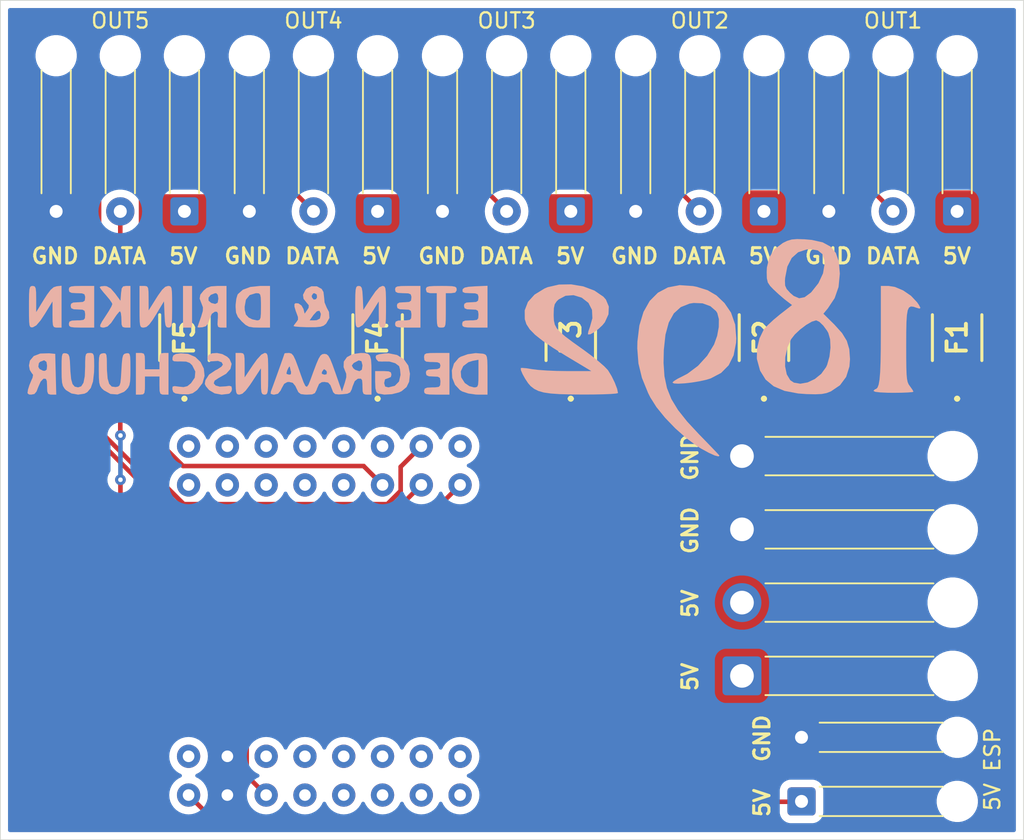
<source format=kicad_pcb>
(kicad_pcb (version 20240108) (generator "pcbnew") (generator_version "8.0")
  (layers (0 "F.Cu" signal) (31 "B.Cu" signal) (34 "B.Paste" user) (35 "F.Paste" user) (36 "B.SilkS" user "B.Silkscreen") (37 "F.SilkS" user "F.Silkscreen") (38 "B.Mask" user) (39 "F.Mask" user) (44 "Edge.Cuts" user))
  (net 0 "")
  (net 1 "+5V2")
  (net 3 "OUT5")
  (net 12 "+5V1")
  (net 14 "OUT3")
  (net 20 "OUT4")
  (net 22 "OUT2")
  (net 26 "OUT1")
  (net 32 "/OUT5V1")
  (net 33 "/OUT5V2")
  (net 34 "/OUT5V3")
  (net 35 "/OUT5V4")
  (net 36 "/OUT5V5")
  (net 37 "GND")
  (footprint "KiCad:1812L010DR" (layer "F.Cu") (at 42.99 37.338 90)
    (property "Reference" "F4" (at 0 0 90) (layer "F.SilkS") (effects (font (size 1.27 1.27) (thickness 0.254))))
    (property "Value" "Polyfuse_Small" (hide yes))
    (pad "1" smd rect (at -2.615 0 90) (size 1.78 3.15) (layers "F.Cu" "F.Paste" "F.Mask") (net 1 "+5V2"))
    (pad "2" smd rect (at 2.615 0 90) (size 1.78 3.15) (layers "F.Cu" "F.Paste" "F.Mask") (net 35 "/OUT5V4"))
  )
  (footprint "Connector_Wire:SolderWire-0.75sqmm_1x04_P4.8mm_D1.25mm_OD2.3mm_Relief" (layer "F.Cu") (at 66.85 59.5 90)
    (property "Reference" "J7" (hide yes))
    (property "Value" "5V LEDS")
    (pad "" np_thru_hole circle (at 0 13.8 90) (size 2.8 2.8) (drill 2.8) (layers "*.Cu" "*.Mask"))
    (pad "" np_thru_hole circle (at 4.8 13.8 90) (size 2.8 2.8) (drill 2.8) (layers "*.Cu" "*.Mask"))
    (pad "" np_thru_hole circle (at 9.6 13.8 90) (size 2.8 2.8) (drill 2.8) (layers "*.Cu" "*.Mask"))
    (pad "" np_thru_hole circle (at 14.4 13.8 90) (size 2.8 2.8) (drill 2.8) (layers "*.Cu" "*.Mask"))
    (pad "1" thru_hole roundrect (at 0 0 90) (size 2.55 2.55) (drill 1.55) (layers "*.Cu" "*.Mask") (roundrect_rratio 0.098039) (net 1 "+5V2"))
    (pad "2" thru_hole circle (at 4.8 0 90) (size 2.55 2.55) (drill 1.55) (layers "*.Cu" "*.Mask") (net 1 "+5V2"))
    (pad "3" thru_hole circle (at 9.6 0 90) (size 2.55 2.55) (drill 1.55) (layers "*.Cu" "*.Mask") (net 37 "GND"))
    (pad "4" thru_hole circle (at 14.4 0 90) (size 2.55 2.55) (drill 1.55) (layers "*.Cu" "*.Mask") (net 37 "GND"))
  )
  (footprint "KiCad:1812L010DR" (layer "F.Cu") (at 30.34 37.338 90)
    (property "Reference" "F5" (at 0 0 90) (layer "F.SilkS") (effects (font (size 1.27 1.27) (thickness 0.254))))
    (property "Value" "Polyfuse_Small" (hide yes))
    (pad "1" smd rect (at -2.615 0 90) (size 1.78 3.15) (layers "F.Cu" "F.Paste" "F.Mask") (net 1 "+5V2"))
    (pad "2" smd rect (at 2.615 0 90) (size 1.78 3.15) (layers "F.Cu" "F.Paste" "F.Mask") (net 36 "/OUT5V5"))
  )
  (footprint "KiCad:1812L010DR" (layer "F.Cu") (at 55.64 37.338 90)
    (property "Reference" "F3" (at 0 0 90) (layer "F.SilkS") (effects (font (size 1.27 1.27) (thickness 0.254))))
    (property "Value" "Polyfuse_Small" (hide yes))
    (pad "1" smd rect (at -2.615 0 90) (size 1.78 3.15) (layers "F.Cu" "F.Paste" "F.Mask") (net 1 "+5V2"))
    (pad "2" smd rect (at 2.615 0 90) (size 1.78 3.15) (layers "F.Cu" "F.Paste" "F.Mask") (net 34 "/OUT5V3"))
  )
  (footprint "Connector_Wire:SolderWire-0.25sqmm_1x03_P4.2mm_D0.65mm_OD1.7mm_Relief" (layer "F.Cu") (at 42.99 29.066 180)
    (property "Reference" "J4" (hide yes))
    (property "Value" "OUT4" (at 4.2 12.5 0) (layer "F.SilkS"))
    (pad "" np_thru_hole circle (at 0 10.2 180) (size 2.2 2.2) (drill 2.2) (layers "*.Cu" "*.Mask"))
    (pad "" np_thru_hole circle (at 4.2 10.2 180) (size 2.2 2.2) (drill 2.2) (layers "*.Cu" "*.Mask"))
    (pad "" np_thru_hole circle (at 8.4 10.2 180) (size 2.2 2.2) (drill 2.2) (layers "*.Cu" "*.Mask"))
    (pad "1" thru_hole roundrect (at 0 0 180) (size 1.85 1.85) (drill 0.85) (layers "*.Cu" "*.Mask") (roundrect_rratio 0.135135) (net 35 "/OUT5V4"))
    (pad "2" thru_hole circle (at 4.2 0 180) (size 1.85 1.85) (drill 0.85) (layers "*.Cu" "*.Mask") (net 20 "OUT4"))
    (pad "3" thru_hole circle (at 8.4 0 180) (size 1.85 1.85) (drill 0.85) (layers "*.Cu" "*.Mask") (net 37 "GND"))
  )
  (footprint "KiCad:1812L010DR" (layer "F.Cu") (at 68.29 37.338 90)
    (property "Reference" "F2" (at 0 0 90) (layer "F.SilkS") (effects (font (size 1.27 1.27) (thickness 0.254))))
    (property "Value" "Polyfuse_Small" (hide yes))
    (pad "1" smd rect (at -2.615 0 90) (size 1.78 3.15) (layers "F.Cu" "F.Paste" "F.Mask") (net 1 "+5V2"))
    (pad "2" smd rect (at 2.615 0 90) (size 1.78 3.15) (layers "F.Cu" "F.Paste" "F.Mask") (net 33 "/OUT5V2"))
  )
  (footprint "KiCad:1812L010DR" (layer "F.Cu") (at 80.94 37.338 90)
    (property "Reference" "F1" (at 0 0 90) (layer "F.SilkS") (effects (font (size 1.27 1.27) (thickness 0.254))))
    (property "Value" "Polyfuse_Small" (hide yes))
    (pad "1" smd rect (at -2.615 0 90) (size 1.78 3.15) (layers "F.Cu" "F.Paste" "F.Mask") (net 1 "+5V2"))
    (pad "2" smd rect (at 2.615 0 90) (size 1.78 3.15) (layers "F.Cu" "F.Paste" "F.Mask") (net 32 "/OUT5V1"))
  )
  (footprint "Connector_Wire:SolderWire-0.25sqmm_1x02_P4.2mm_D0.65mm_OD1.7mm_Relief" (layer "F.Cu") (at 70.75 67.72619 90)
    (property "Reference" "J6" (hide yes))
    (property "Value" "5V ESP" (at 2.1 12.5 90) (layer "F.SilkS"))
    (pad "" np_thru_hole circle (at 0 10.2 90) (size 2.2 2.2) (drill 2.2) (layers "*.Cu" "*.Mask"))
    (pad "" np_thru_hole circle (at 4.2 10.2 90) (size 2.2 2.2) (drill 2.2) (layers "*.Cu" "*.Mask"))
    (pad "1" thru_hole roundrect (at 0 0 90) (size 1.85 1.85) (drill 0.85) (layers "*.Cu" "*.Mask") (roundrect_rratio 0.135135) (net 12 "+5V1"))
    (pad "2" thru_hole circle (at 4.2 0 90) (size 1.85 1.85) (drill 0.85) (layers "*.Cu" "*.Mask") (net 37 "GND"))
  )
  (footprint "Connector_Wire:SolderWire-0.25sqmm_1x03_P4.2mm_D0.65mm_OD1.7mm_Relief" (layer "F.Cu") (at 30.34 29.066 180)
    (property "Reference" "J5" (hide yes))
    (property "Value" "OUT5" (at 4.2 12.5 0) (layer "F.SilkS"))
    (pad "" np_thru_hole circle (at 0 10.2 180) (size 2.2 2.2) (drill 2.2) (layers "*.Cu" "*.Mask"))
    (pad "" np_thru_hole circle (at 4.2 10.2 180) (size 2.2 2.2) (drill 2.2) (layers "*.Cu" "*.Mask"))
    (pad "" np_thru_hole circle (at 8.4 10.2 180) (size 2.2 2.2) (drill 2.2) (layers "*.Cu" "*.Mask"))
    (pad "1" thru_hole roundrect (at 0 0 180) (size 1.85 1.85) (drill 0.85) (layers "*.Cu" "*.Mask") (roundrect_rratio 0.135135) (net 36 "/OUT5V5"))
    (pad "2" thru_hole circle (at 4.2 0 180) (size 1.85 1.85) (drill 0.85) (layers "*.Cu" "*.Mask") (net 3 "OUT5"))
    (pad "3" thru_hole circle (at 8.4 0 180) (size 1.85 1.85) (drill 0.85) (layers "*.Cu" "*.Mask") (net 37 "GND"))
  )
  (footprint "WEMOS-ESP32-S2:WEMOS-ESP32-S2" (layer "F.Cu") (at 48.392 44.45 -90)
    (property "Reference" "U1" (hide yes))
    (property "Value" "~" (hide yes))
    (pad "1" thru_hole circle (at 0 0 270) (size 1.524 1.524) (drill 0.762) (layers "*.Cu" "*.Mask"))
    (pad "2" thru_hole circle (at 0 2.54 270) (size 1.524 1.524) (drill 0.762) (layers "*.Cu" "*.Mask") (net 14 "OUT3"))
    (pad "3" thru_hole circle (at 0 5.08 270) (size 1.524 1.524) (drill 0.762) (layers "*.Cu" "*.Mask"))
    (pad "4" thru_hole circle (at 0 7.62 270) (size 1.524 1.524) (drill 0.762) (layers "*.Cu" "*.Mask"))
    (pad "5" thru_hole circle (at 0 10.16 270) (size 1.524 1.524) (drill 0.762) (layers "*.Cu" "*.Mask"))
    (pad "6" thru_hole circle (at 0 12.7 270) (size 1.524 1.524) (drill 0.762) (layers "*.Cu" "*.Mask"))
    (pad "7" thru_hole circle (at 0 15.24 270) (size 1.524 1.524) (drill 0.762) (layers "*.Cu" "*.Mask"))
    (pad "8" thru_hole circle (at 0 17.78 270) (size 1.524 1.524) (drill 0.762) (layers "*.Cu" "*.Mask"))
    (pad "9" thru_hole circle (at 2.54 0 270) (size 1.524 1.524) (drill 0.762) (layers "*.Cu" "*.Mask") (net 26 "OUT1"))
    (pad "10" thru_hole circle (at 2.54 2.54 270) (size 1.524 1.524) (drill 0.762) (layers "*.Cu" "*.Mask") (net 22 "OUT2"))
    (pad "11" thru_hole circle (at 2.54 5.08 270) (size 1.524 1.524) (drill 0.762) (layers "*.Cu" "*.Mask") (net 20 "OUT4"))
    (pad "12" thru_hole circle (at 2.54 7.62 270) (size 1.524 1.524) (drill 0.762) (layers "*.Cu" "*.Mask"))
    (pad "13" thru_hole circle (at 2.54 10.16 270) (size 1.524 1.524) (drill 0.762) (layers "*.Cu" "*.Mask"))
    (pad "14" thru_hole circle (at 2.54 12.7 270) (size 1.524 1.524) (drill 0.762) (layers "*.Cu" "*.Mask"))
    (pad "15" thru_hole circle (at 2.54 15.24 270) (size 1.524 1.524) (drill 0.762) (layers "*.Cu" "*.Mask"))
    (pad "16" thru_hole circle (at 2.54 17.78 270) (size 1.524 1.524) (drill 0.762) (layers "*.Cu" "*.Mask"))
    (pad "17" thru_hole circle (at 20.32 0 270) (size 1.524 1.524) (drill 0.762) (layers "*.Cu" "*.Mask"))
    (pad "18" thru_hole circle (at 20.32 2.54 270) (size 1.524 1.524) (drill 0.762) (layers "*.Cu" "*.Mask"))
    (pad "19" thru_hole circle (at 20.32 5.08 270) (size 1.524 1.524) (drill 0.762) (layers "*.Cu" "*.Mask"))
    (pad "20" thru_hole circle (at 20.32 7.62 270) (size 1.524 1.524) (drill 0.762) (layers "*.Cu" "*.Mask"))
    (pad "21" thru_hole circle (at 20.32 10.16 270) (size 1.524 1.524) (drill 0.762) (layers "*.Cu" "*.Mask"))
    (pad "22" thru_hole circle (at 20.32 12.7 270) (size 1.524 1.524) (drill 0.762) (layers "*.Cu" "*.Mask"))
    (pad "23" thru_hole circle (at 20.32 15.24 270) (size 1.524 1.524) (drill 0.762) (layers "*.Cu" "*.Mask") (net 37 "GND"))
    (pad "24" thru_hole circle (at 20.32 17.78 270) (size 1.524 1.524) (drill 0.762) (layers "*.Cu" "*.Mask"))
    (pad "25" thru_hole circle (at 22.86 0 270) (size 1.524 1.524) (drill 0.762) (layers "*.Cu" "*.Mask"))
    (pad "26" thru_hole circle (at 22.86 2.54 270) (size 1.524 1.524) (drill 0.762) (layers "*.Cu" "*.Mask"))
    (pad "27" thru_hole circle (at 22.86 5.08 270) (size 1.524 1.524) (drill 0.762) (layers "*.Cu" "*.Mask"))
    (pad "28" thru_hole circle (at 22.86 7.62 270) (size 1.524 1.524) (drill 0.762) (layers "*.Cu" "*.Mask"))
    (pad "29" thru_hole circle (at 22.86 10.16 270) (size 1.524 1.524) (drill 0.762) (layers "*.Cu" "*.Mask"))
    (pad "30" thru_hole circle (at 22.86 12.7 270) (size 1.524 1.524) (drill 0.762) (layers "*.Cu" "*.Mask") (net 3 "OUT5"))
    (pad "31" thru_hole circle (at 22.86 15.24 270) (size 1.524 1.524) (drill 0.762) (layers "*.Cu" "*.Mask") (net 37 "GND"))
    (pad "32" thru_hole circle (at 22.86 17.78 270) (size 1.524 1.524) (drill 0.762) (layers "*.Cu" "*.Mask") (net 12 "+5V1"))
  )
  (footprint "Connector_Wire:SolderWire-0.25sqmm_1x03_P4.2mm_D0.65mm_OD1.7mm_Relief" (layer "F.Cu") (at 55.64 29.066 180)
    (property "Reference" "J3" (hide yes))
    (property "Value" "OUT3" (at 4.2 12.5 0) (layer "F.SilkS"))
    (pad "" np_thru_hole circle (at 0 10.2 180) (size 2.2 2.2) (drill 2.2) (layers "*.Cu" "*.Mask"))
    (pad "" np_thru_hole circle (at 4.2 10.2 180) (size 2.2 2.2) (drill 2.2) (layers "*.Cu" "*.Mask"))
    (pad "" np_thru_hole circle (at 8.4 10.2 180) (size 2.2 2.2) (drill 2.2) (layers "*.Cu" "*.Mask"))
    (pad "1" thru_hole roundrect (at 0 0 180) (size 1.85 1.85) (drill 0.85) (layers "*.Cu" "*.Mask") (roundrect_rratio 0.135135) (net 34 "/OUT5V3"))
    (pad "2" thru_hole circle (at 4.2 0 180) (size 1.85 1.85) (drill 0.85) (layers "*.Cu" "*.Mask") (net 14 "OUT3"))
    (pad "3" thru_hole circle (at 8.4 0 180) (size 1.85 1.85) (drill 0.85) (layers "*.Cu" "*.Mask") (net 37 "GND"))
  )
  (footprint "Connector_Wire:SolderWire-0.25sqmm_1x03_P4.2mm_D0.65mm_OD1.7mm_Relief" (layer "F.Cu") (at 68.29 29.066 180)
    (property "Reference" "J2" (hide yes))
    (property "Value" "OUT2" (at 4.2 12.5 0) (layer "F.SilkS"))
    (pad "" np_thru_hole circle (at 0 10.2 180) (size 2.2 2.2) (drill 2.2) (layers "*.Cu" "*.Mask"))
    (pad "" np_thru_hole circle (at 4.2 10.2 180) (size 2.2 2.2) (drill 2.2) (layers "*.Cu" "*.Mask"))
    (pad "" np_thru_hole circle (at 8.4 10.2 180) (size 2.2 2.2) (drill 2.2) (layers "*.Cu" "*.Mask"))
    (pad "1" thru_hole roundrect (at 0 0 180) (size 1.85 1.85) (drill 0.85) (layers "*.Cu" "*.Mask") (roundrect_rratio 0.135135) (net 33 "/OUT5V2"))
    (pad "2" thru_hole circle (at 4.2 0 180) (size 1.85 1.85) (drill 0.85) (layers "*.Cu" "*.Mask") (net 22 "OUT2"))
    (pad "3" thru_hole circle (at 8.4 0 180) (size 1.85 1.85) (drill 0.85) (layers "*.Cu" "*.Mask") (net 37 "GND"))
  )
  (footprint "Connector_Wire:SolderWire-0.25sqmm_1x03_P4.2mm_D0.65mm_OD1.7mm_Relief" (layer "F.Cu") (at 80.94 29.066 180)
    (property "Reference" "J1" (hide yes))
    (property "Value" "OUT1" (at 4.2 12.5 0) (layer "F.SilkS"))
    (pad "" np_thru_hole circle (at 0 10.2 180) (size 2.2 2.2) (drill 2.2) (layers "*.Cu" "*.Mask"))
    (pad "" np_thru_hole circle (at 4.2 10.2 180) (size 2.2 2.2) (drill 2.2) (layers "*.Cu" "*.Mask"))
    (pad "" np_thru_hole circle (at 8.4 10.2 180) (size 2.2 2.2) (drill 2.2) (layers "*.Cu" "*.Mask"))
    (pad "1" thru_hole roundrect (at 0 0 180) (size 1.85 1.85) (drill 0.85) (layers "*.Cu" "*.Mask") (roundrect_rratio 0.135135) (net 32 "/OUT5V1"))
    (pad "2" thru_hole circle (at 4.2 0 180) (size 1.85 1.85) (drill 0.85) (layers "*.Cu" "*.Mask") (net 26 "OUT1"))
    (pad "3" thru_hole circle (at 8.4 0 180) (size 1.85 1.85) (drill 0.85) (layers "*.Cu" "*.Mask") (net 37 "GND"))
  )
  (footprint "Logo:Logo" (layer "B.Cu") (at 49.238167 37.867462 180)
    (property "Reference" "G***" (hide yes))
    (property "Value" "LOGO" (hide yes))
  )
  (gr_rect (start 18.288 15.24) (end 85.288 70.24) (stroke (width 0.05)) (fill none) (layer "Edge.Cuts"))
  (gr_text "5V" (at 64.04 60.604762 90) (layer "F.SilkS") (effects (font (size 1 1) (thickness 0.2) (bold yes)) (justify left bottom)))
  (gr_text "5V" (at 54.563333 32.576 0) (layer "F.SilkS") (effects (font (size 1 1) (thickness 0.2) (bold yes)) (justify left bottom)))
  (gr_text "DATA" (at 36.83 32.576 0) (layer "F.SilkS") (effects (font (size 1 1) (thickness 0.2) (bold yes)) (justify left bottom)))
  (gr_text "GND" (at 64.04 46.82381 90) (layer "F.SilkS") (effects (font (size 1 1) (thickness 0.2) (bold yes)) (justify left bottom)))
  (gr_text "DATA" (at 24.201905 32.576 0) (layer "F.SilkS") (effects (font (size 1 1) (thickness 0.2) (bold yes)) (justify left bottom)))
  (gr_text "GND" (at 70.863953 32.576 0) (layer "F.SilkS") (effects (font (size 1 1) (thickness 0.2) (bold yes)) (justify left bottom)))
  (gr_text "DATA" (at 49.53 32.576 0) (layer "F.SilkS") (effects (font (size 1 1) (thickness 0.2) (bold yes)) (justify left bottom)))
  (gr_text "GND" (at 58.163953 32.576 0) (layer "F.SilkS") (effects (font (size 1 1) (thickness 0.2) (bold yes)) (justify left bottom)))
  (gr_text "5V" (at 68.75 68.854762 90) (layer "F.SilkS") (effects (font (size 1 1) (thickness 0.2) (bold yes)) (justify left bottom)))
  (gr_text "GND" (at 68.75 65.25 90) (layer "F.SilkS") (effects (font (size 1 1) (thickness 0.2) (bold yes)) (justify left bottom)))
  (gr_text "GND" (at 45.544286 32.576 0) (layer "F.SilkS") (effects (font (size 1 1) (thickness 0.2) (bold yes)) (justify left bottom)))
  (gr_text "5V" (at 67.183 32.576 0) (layer "F.SilkS") (effects (font (size 1 1) (thickness 0.2) (bold yes)) (justify left bottom)))
  (gr_text "DATA" (at 62.149667 32.576 0) (layer "F.SilkS") (effects (font (size 1 1) (thickness 0.2) (bold yes)) (justify left bottom)))
  (gr_text "5V" (at 64.04 55.804762 90) (layer "F.SilkS") (effects (font (size 1 1) (thickness 0.2) (bold yes)) (justify left bottom)))
  (gr_text "GND" (at 20.216191 32.576 0) (layer "F.SilkS") (effects (font (size 1 1) (thickness 0.2) (bold yes)) (justify left bottom)))
  (gr_text "5V" (at 41.863333 32.576 0) (layer "F.SilkS") (effects (font (size 1 1) (thickness 0.2) (bold yes)) (justify left bottom)))
  (gr_text "GND" (at 64.04 51.62381 90) (layer "F.SilkS") (effects (font (size 1 1) (thickness 0.2) (bold yes)) (justify left bottom)))
  (gr_text "GND" (at 32.844286 32.576 0) (layer "F.SilkS") (effects (font (size 1 1) (thickness 0.2) (bold yes)) (justify left bottom)))
  (gr_text "5V" (at 79.883 32.576 0) (layer "F.SilkS") (effects (font (size 1 1) (thickness 0.2) (bold yes)) (justify left bottom)))
  (gr_text "DATA" (at 74.849667 32.576 0) (layer "F.SilkS") (effects (font (size 1 1) (thickness 0.2) (bold yes)) (justify left bottom)))
  (gr_text "5V" (at 29.235238 32.576 0) (layer "F.SilkS") (effects (font (size 1 1) (thickness 0.2) (bold yes)) (justify left bottom)))
  (segment (start 34.417 66.035) (end 34.417 60.325) (width 0.3) (layer "F.Cu") (net 3))
  (segment (start 26.171 52.079) (end 26.14 52.048) (width 0.3) (layer "F.Cu") (net 3))
  (segment (start 35.692 67.31) (end 34.417 66.035) (width 0.3) (layer "F.Cu") (net 3))
  (segment (start 26.171 52.079) (end 26.15 52.058) (width 0.3) (layer "F.Cu") (net 3))
  (segment (start 26.15 43.75) (end 26.14 43.74) (width 0.3) (layer "F.Cu") (net 3))
  (segment (start 26.15 52.058) (end 26.15 46.65) (width 0.3) (layer "F.Cu") (net 3))
  (segment (start 34.417 60.325) (end 26.171 52.079) (width 0.3) (layer "F.Cu") (net 3))
  (segment (start 26.14 43.74) (end 26.14 29.066) (width 0.3) (layer "F.Cu") (net 3))
  (via (at 26.15 46.65) (size 0.7) (drill 0.3) (layers "F.Cu" "B.Cu") (net 3))
  (via (at 26.15 43.75) (size 0.7) (drill 0.3) (layers "F.Cu" "B.Cu") (net 3))
  (segment (start 26.15 46.65) (end 26.15 43.75) (width 0.3) (layer "B.Cu") (net 3))
  (segment (start 32.39 69.088) (end 30.612 67.31) (width 0.3) (layer "F.Cu") (net 12))
  (segment (start 70.75 67.75) (end 65.288 67.75) (width 0.3) (layer "F.Cu") (net 12))
  (segment (start 63.95 69.088) (end 32.39 69.088) (width 0.3) (layer "F.Cu") (net 12))
  (segment (start 65.288 67.75) (end 63.95 69.088) (width 0.3) (layer "F.Cu") (net 12))
  (segment (start 27.5 45.450606) (end 27.5 27.542893) (width 0.3) (layer "F.Cu") (net 14))
  (segment (start 27.5 27.542893) (end 28.292893 26.75) (width 0.3) (layer "F.Cu") (net 14))
  (segment (start 49.124 26.75) (end 51.44 29.066) (width 0.3) (layer "F.Cu") (net 14))
  (segment (start 43.624606 48.25) (end 30.299394 48.25) (width 0.3) (layer "F.Cu") (net 14))
  (segment (start 30.299394 48.25) (end 27.5 45.450606) (width 0.3) (layer "F.Cu") (net 14))
  (segment (start 44.5 47.374606) (end 43.624606 48.25) (width 0.3) (layer "F.Cu") (net 14))
  (segment (start 28.292893 26.75) (end 49.124 26.75) (width 0.3) (layer "F.Cu") (net 14))
  (segment (start 45.852 44.45) (end 44.5 45.802) (width 0.3) (layer "F.Cu") (net 14))
  (segment (start 44.5 45.802) (end 44.5 47.374606) (width 0.3) (layer "F.Cu") (net 14))
  (segment (start 43.312 46.99) (end 42.072 45.75) (width 0.3) (layer "F.Cu") (net 20))
  (segment (start 28 43.5) (end 28 27.75) (width 0.3) (layer "F.Cu") (net 20))
  (segment (start 28.5 27.25) (end 36.974 27.25) (width 0.3) (layer "F.Cu") (net 20))
  (segment (start 36.974 27.25) (end 38.79 29.066) (width 0.3) (layer "F.Cu") (net 20))
  (segment (start 28 27.75) (end 28.5 27.25) (width 0.3) (layer "F.Cu") (net 20))
  (segment (start 30.25 45.75) (end 28 43.5) (width 0.3) (layer "F.Cu") (net 20))
  (segment (start 42.072 45.75) (end 30.25 45.75) (width 0.3) (layer "F.Cu") (net 20))
  (segment (start 24.75 27.5) (end 26 26.25) (width 0.3) (layer "F.Cu") (net 22))
  (segment (start 61.274 26.25) (end 64.09 29.066) (width 0.3) (layer "F.Cu") (net 22))
  (segment (start 30.092287 48.75) (end 30.092287 48.749999) (width 0.3) (layer "F.Cu") (net 22))
  (segment (start 30.092287 48.749999) (end 24.75 43.407712) (width 0.3) (layer "F.Cu") (net 22))
  (segment (start 44.092 48.75) (end 30.092287 48.75) (width 0.3) (layer "F.Cu") (net 22))
  (segment (start 45.852 46.99) (end 44.092 48.75) (width 0.3) (layer "F.Cu") (net 22))
  (segment (start 26 26.25) (end 61.274 26.25) (width 0.3) (layer "F.Cu") (net 22))
  (segment (start 24.75 43.407712) (end 24.75 27.5) (width 0.3) (layer "F.Cu") (net 22))
  (segment (start 73.424 25.75) (end 76.74 29.066) (width 0.3) (layer "F.Cu") (net 26))
  (segment (start 24.25 27.292893) (end 25.792893 25.75) (width 0.3) (layer "F.Cu") (net 26))
  (segment (start 29.88518 49.25) (end 29.592287 48.957107) (width 0.3) (layer "F.Cu") (net 26))
  (segment (start 46.132 49.25) (end 29.88518 49.25) (width 0.3) (layer "F.Cu") (net 26))
  (segment (start 25.792893 25.75) (end 73.424 25.75) (width 0.3) (layer "F.Cu") (net 26))
  (segment (start 24.25 43.614819) (end 24.25 27.292893) (width 0.3) (layer "F.Cu") (net 26))
  (segment (start 29.592287 48.957107) (end 29.592287 48.957106) (width 0.3) (layer "F.Cu") (net 26))
  (segment (start 48.392 46.99) (end 46.132 49.25) (width 0.3) (layer "F.Cu") (net 26))
  (segment (start 29.592287 48.957106) (end 24.25 43.614819) (width 0.3) (layer "F.Cu") (net 26))
  (zone (net 36) (net_name "/OUT5V5") (layer "F.Cu") (priority 4) (connect_pads yes (clearance 0.5)) (min_thickness 0.25) (fill yes (thermal_gap 0.5) (thermal_bridge_width 0.5))
    (polygon (pts (xy 32.118 35.814) (xy 32.118 27.94) (xy 28.562 27.94) (xy 28.562 35.814)))
  )
  (zone (net 32) (net_name "/OUT5V1") (layer "F.Cu") (connect_pads yes (clearance 0.5)) (min_thickness 0.25) (fill yes (thermal_gap 0.5) (thermal_bridge_width 0.5))
    (polygon (pts (xy 82.718 35.814) (xy 82.718 27.686) (xy 79.162 27.686) (xy 79.162 35.814)))
  )
  (zone (net 33) (net_name "/OUT5V2") (layer "F.Cu") (priority 1) (connect_pads yes (clearance 0.5)) (min_thickness 0.25) (fill yes (thermal_gap 0.5) (thermal_bridge_width 0.5))
    (polygon (pts (xy 66.512 35.814) (xy 66.512 27.686) (xy 70.068 27.686) (xy 70.068 35.814)))
  )
  (zone (net 34) (net_name "/OUT5V3") (layer "F.Cu") (priority 2) (connect_pads yes (clearance 0.5)) (min_thickness 0.25) (fill yes (thermal_gap 0.5) (thermal_bridge_width 0.5))
    (polygon (pts (xy 57.418 35.814) (xy 57.418 27.94) (xy 53.862 27.94) (xy 53.862 35.814)))
  )
  (zone (net 1) (net_name "+5V2") (layer "F.Cu") (priority 5) (connect_pads yes (clearance 0.5)) (min_thickness 0.25) (fill yes (thermal_gap 0.5) (thermal_bridge_width 0.5))
    (polygon (pts (xy 72.898 61.63) (xy 72.898 52.316) (xy 64.04 52.316) (xy 64.04 42.672) (xy 83.058 42.672) (xy 83.185 37.227) (xy 28.321 37.227) (xy 28.194 42.672) (xy 50.96 42.672) (xy 50.96 61.63)))
  )
  (zone (net 35) (net_name "/OUT5V4") (layer "F.Cu") (priority 3) (connect_pads yes (clearance 0.5)) (min_thickness 0.25) (fill yes (thermal_gap 0.5) (thermal_bridge_width 0.5))
    (polygon (pts (xy 44.768 35.814) (xy 44.768 27.94) (xy 41.212 27.94) (xy 41.212 35.814)))
  )
  (zone (net 37) (net_name "GND") (layer "B.Cu") (priority 6) (connect_pads yes (clearance 0.5)) (min_thickness 0.25) (fill yes (thermal_gap 0.5) (thermal_bridge_width 0.5))
    (polygon (pts (xy 85.344 70.104) (xy 85.344 15.24) (xy 18.288 15.24) (xy 18.288 70.104)))
  )
)
</source>
